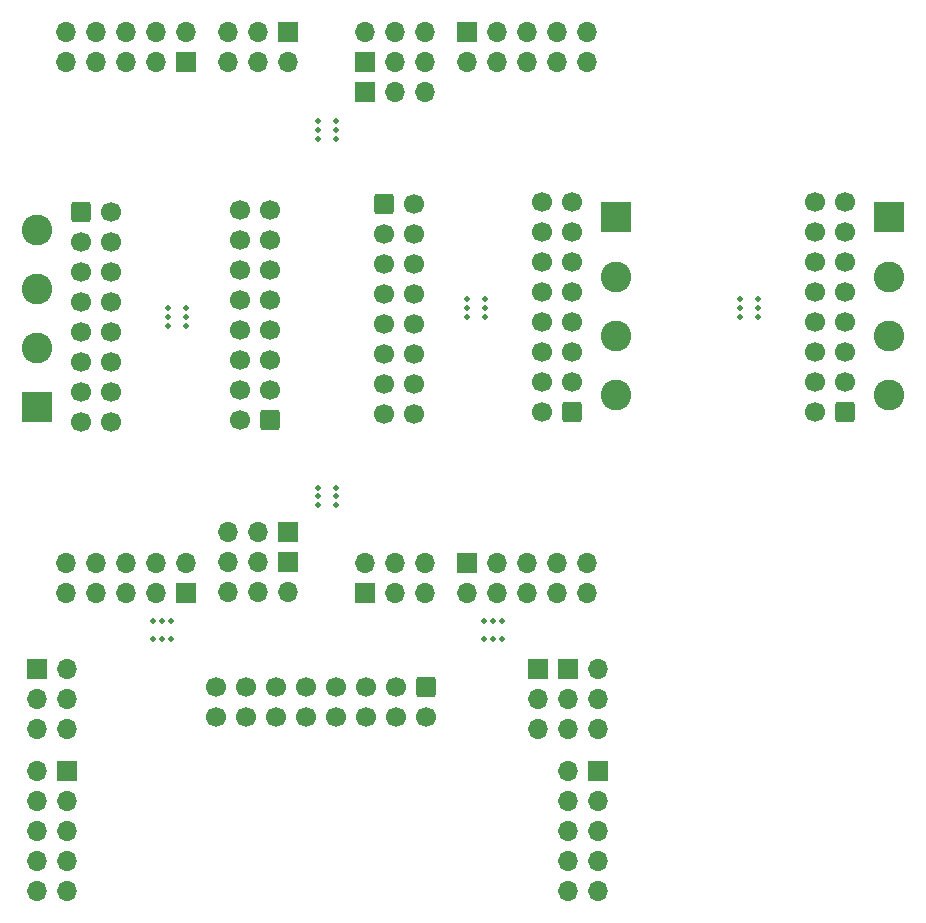
<source format=gbr>
%TF.GenerationSoftware,KiCad,Pcbnew,(6.0.0-0)*%
%TF.CreationDate,2022-12-06T00:22:27-05:00*%
%TF.ProjectId,Breakout-Eurorack-Power-Breadboard,42726561-6b6f-4757-942d-4575726f7261,rev?*%
%TF.SameCoordinates,Original*%
%TF.FileFunction,Soldermask,Bot*%
%TF.FilePolarity,Negative*%
%FSLAX46Y46*%
G04 Gerber Fmt 4.6, Leading zero omitted, Abs format (unit mm)*
G04 Created by KiCad (PCBNEW (6.0.0-0)) date 2022-12-06 00:22:27*
%MOMM*%
%LPD*%
G01*
G04 APERTURE LIST*
G04 Aperture macros list*
%AMRoundRect*
0 Rectangle with rounded corners*
0 $1 Rounding radius*
0 $2 $3 $4 $5 $6 $7 $8 $9 X,Y pos of 4 corners*
0 Add a 4 corners polygon primitive as box body*
4,1,4,$2,$3,$4,$5,$6,$7,$8,$9,$2,$3,0*
0 Add four circle primitives for the rounded corners*
1,1,$1+$1,$2,$3*
1,1,$1+$1,$4,$5*
1,1,$1+$1,$6,$7*
1,1,$1+$1,$8,$9*
0 Add four rect primitives between the rounded corners*
20,1,$1+$1,$2,$3,$4,$5,0*
20,1,$1+$1,$4,$5,$6,$7,0*
20,1,$1+$1,$6,$7,$8,$9,0*
20,1,$1+$1,$8,$9,$2,$3,0*%
G04 Aperture macros list end*
%ADD10C,0.500000*%
%ADD11R,2.600000X2.600000*%
%ADD12C,2.600000*%
%ADD13O,1.700000X1.700000*%
%ADD14R,1.700000X1.700000*%
%ADD15RoundRect,0.250000X0.600000X0.600000X-0.600000X0.600000X-0.600000X-0.600000X0.600000X-0.600000X0*%
%ADD16C,1.700000*%
%ADD17RoundRect,0.250000X-0.600000X0.600000X-0.600000X-0.600000X0.600000X-0.600000X0.600000X0.600000X0*%
%ADD18RoundRect,0.250000X-0.600000X-0.600000X0.600000X-0.600000X0.600000X0.600000X-0.600000X0.600000X0*%
G04 APERTURE END LIST*
D10*
%TO.C,mouse-bite-2mm-slot*%
X165612000Y-85362000D03*
X165612000Y-83862000D03*
X164112000Y-84612000D03*
X164112000Y-85362000D03*
X165612000Y-84612000D03*
X164112000Y-83862000D03*
%TD*%
%TO.C,mouse-bite-2mm-slot*%
X114427000Y-112651000D03*
X115927000Y-112651000D03*
X115177000Y-111151000D03*
X114427000Y-111151000D03*
X115177000Y-112651000D03*
X115927000Y-111151000D03*
%TD*%
D11*
%TO.C,J8*%
X176684000Y-76962000D03*
D12*
X176684000Y-81962000D03*
X176684000Y-86962000D03*
X176684000Y-91962000D03*
%TD*%
D13*
%TO.C,J2*%
X149553000Y-133983000D03*
X152093000Y-133983000D03*
X149553000Y-131443000D03*
X152093000Y-131443000D03*
X149553000Y-128903000D03*
X152093000Y-128903000D03*
X149553000Y-126363000D03*
X152093000Y-126363000D03*
X149553000Y-123823000D03*
D14*
X152093000Y-123823000D03*
%TD*%
D15*
%TO.C,J7*%
X172974000Y-93472000D03*
D16*
X170434000Y-93472000D03*
X172974000Y-90932000D03*
X170434000Y-90932000D03*
X172974000Y-88392000D03*
X170434000Y-88392000D03*
X172974000Y-85852000D03*
X170434000Y-85852000D03*
X172974000Y-83312000D03*
X170434000Y-83312000D03*
X172974000Y-80772000D03*
X170434000Y-80772000D03*
X172974000Y-78232000D03*
X170434000Y-78232000D03*
X172974000Y-75692000D03*
X170434000Y-75692000D03*
%TD*%
D14*
%TO.C,J6*%
X146975000Y-115189000D03*
D13*
X146975000Y-117729000D03*
X146975000Y-120269000D03*
%TD*%
D10*
%TO.C,mouse-bite-2mm-slot*%
X142427000Y-112651000D03*
X143927000Y-112651000D03*
X143177000Y-111151000D03*
X142427000Y-111151000D03*
X143177000Y-112651000D03*
X143927000Y-111151000D03*
%TD*%
D14*
%TO.C,J3*%
X107158000Y-123818000D03*
D13*
X104618000Y-123818000D03*
X107158000Y-126358000D03*
X104618000Y-126358000D03*
X107158000Y-128898000D03*
X104618000Y-128898000D03*
X107158000Y-131438000D03*
X104618000Y-131438000D03*
X107158000Y-133978000D03*
X104618000Y-133978000D03*
%TD*%
D17*
%TO.C,J1*%
X137483000Y-116720500D03*
D16*
X137483000Y-119260500D03*
X134943000Y-116720500D03*
X134943000Y-119260500D03*
X132403000Y-116720500D03*
X132403000Y-119260500D03*
X129863000Y-116720500D03*
X129863000Y-119260500D03*
X127323000Y-116720500D03*
X127323000Y-119260500D03*
X124783000Y-116720500D03*
X124783000Y-119260500D03*
X122243000Y-116720500D03*
X122243000Y-119260500D03*
X119703000Y-116720500D03*
X119703000Y-119260500D03*
%TD*%
D14*
%TO.C,J4*%
X104605000Y-115187000D03*
D13*
X107145000Y-115187000D03*
X104605000Y-117727000D03*
X107145000Y-117727000D03*
X104605000Y-120267000D03*
X107145000Y-120267000D03*
%TD*%
D14*
%TO.C,J5*%
X149515000Y-115189000D03*
D13*
X152055000Y-115189000D03*
X149515000Y-117729000D03*
X152055000Y-117729000D03*
X149515000Y-120269000D03*
X152055000Y-120269000D03*
%TD*%
D10*
%TO.C,mouse-bite-2mm-slot*%
X128362000Y-68827000D03*
X128362000Y-70327000D03*
X129862000Y-69577000D03*
X129862000Y-68827000D03*
X128362000Y-69577000D03*
X129862000Y-70327000D03*
%TD*%
%TO.C,mouse-bite-2mm-slot*%
X128362000Y-99827000D03*
X128362000Y-101327000D03*
X129862000Y-100577000D03*
X129862000Y-99827000D03*
X128362000Y-100577000D03*
X129862000Y-101327000D03*
%TD*%
%TO.C,mouse-bite-2mm-slot*%
X142530000Y-85362000D03*
X142530000Y-83862000D03*
X141030000Y-84612000D03*
X141030000Y-85362000D03*
X142530000Y-84612000D03*
X141030000Y-83862000D03*
%TD*%
D15*
%TO.C,J7*%
X149892000Y-93472000D03*
D16*
X147352000Y-93472000D03*
X149892000Y-90932000D03*
X147352000Y-90932000D03*
X149892000Y-88392000D03*
X147352000Y-88392000D03*
X149892000Y-85852000D03*
X147352000Y-85852000D03*
X149892000Y-83312000D03*
X147352000Y-83312000D03*
X149892000Y-80772000D03*
X147352000Y-80772000D03*
X149892000Y-78232000D03*
X147352000Y-78232000D03*
X149892000Y-75692000D03*
X147352000Y-75692000D03*
%TD*%
D18*
%TO.C,J1*%
X133931500Y-75849000D03*
D16*
X136471500Y-75849000D03*
X133931500Y-78389000D03*
X136471500Y-78389000D03*
X133931500Y-80929000D03*
X136471500Y-80929000D03*
X133931500Y-83469000D03*
X136471500Y-83469000D03*
X133931500Y-86009000D03*
X136471500Y-86009000D03*
X133931500Y-88549000D03*
X136471500Y-88549000D03*
X133931500Y-91089000D03*
X136471500Y-91089000D03*
X133931500Y-93629000D03*
X136471500Y-93629000D03*
%TD*%
D14*
%TO.C,J6*%
X132400000Y-66357000D03*
D13*
X134940000Y-66357000D03*
X137480000Y-66357000D03*
%TD*%
D14*
%TO.C,J4*%
X132398000Y-108727000D03*
D13*
X132398000Y-106187000D03*
X134938000Y-108727000D03*
X134938000Y-106187000D03*
X137478000Y-108727000D03*
X137478000Y-106187000D03*
%TD*%
D14*
%TO.C,J3*%
X141029000Y-106174000D03*
D13*
X141029000Y-108714000D03*
X143569000Y-106174000D03*
X143569000Y-108714000D03*
X146109000Y-106174000D03*
X146109000Y-108714000D03*
X148649000Y-106174000D03*
X148649000Y-108714000D03*
X151189000Y-106174000D03*
X151189000Y-108714000D03*
%TD*%
D11*
%TO.C,J8*%
X153602000Y-76962000D03*
D12*
X153602000Y-81962000D03*
X153602000Y-86962000D03*
X153602000Y-91962000D03*
%TD*%
D14*
%TO.C,J2*%
X141034000Y-61239000D03*
D13*
X141034000Y-63779000D03*
X143574000Y-61239000D03*
X143574000Y-63779000D03*
X146114000Y-61239000D03*
X146114000Y-63779000D03*
X148654000Y-61239000D03*
X148654000Y-63779000D03*
X151194000Y-61239000D03*
X151194000Y-63779000D03*
%TD*%
D14*
%TO.C,J5*%
X132400000Y-63817000D03*
D13*
X132400000Y-61277000D03*
X134940000Y-63817000D03*
X134940000Y-61277000D03*
X137480000Y-63817000D03*
X137480000Y-61277000D03*
%TD*%
D10*
%TO.C,mouse-bite-2mm-slot*%
X115694000Y-85374000D03*
X117194000Y-86124000D03*
X115694000Y-84624000D03*
X115694000Y-86124000D03*
X117194000Y-84624000D03*
X117194000Y-85374000D03*
%TD*%
D11*
%TO.C,J8*%
X104622000Y-93024000D03*
D12*
X104622000Y-88024000D03*
X104622000Y-83024000D03*
X104622000Y-78024000D03*
%TD*%
D16*
%TO.C,J7*%
X110872000Y-94294000D03*
X110872000Y-91754000D03*
X110872000Y-89214000D03*
X110872000Y-86674000D03*
X110872000Y-84134000D03*
X110872000Y-81594000D03*
X110872000Y-79054000D03*
X110872000Y-76514000D03*
X108332000Y-94294000D03*
X108332000Y-91754000D03*
X108332000Y-89214000D03*
X108332000Y-86674000D03*
X108332000Y-84134000D03*
X108332000Y-81594000D03*
X108332000Y-79054000D03*
D18*
X108332000Y-76514000D03*
%TD*%
D13*
%TO.C,J5*%
X120744000Y-108709000D03*
X120744000Y-106169000D03*
X123284000Y-108709000D03*
X123284000Y-106169000D03*
X125824000Y-108709000D03*
D14*
X125824000Y-106169000D03*
%TD*%
%TO.C,J6*%
X125824000Y-103629000D03*
D13*
X123284000Y-103629000D03*
X120744000Y-103629000D03*
%TD*%
D14*
%TO.C,J4*%
X125826000Y-61259000D03*
D13*
X125826000Y-63799000D03*
X123286000Y-61259000D03*
X123286000Y-63799000D03*
X120746000Y-61259000D03*
X120746000Y-63799000D03*
%TD*%
D14*
%TO.C,J3*%
X117195000Y-63812000D03*
D13*
X117195000Y-61272000D03*
X114655000Y-63812000D03*
X114655000Y-61272000D03*
X112115000Y-63812000D03*
X112115000Y-61272000D03*
X109575000Y-63812000D03*
X109575000Y-61272000D03*
X107035000Y-63812000D03*
X107035000Y-61272000D03*
%TD*%
D14*
%TO.C,J2*%
X117190000Y-108747000D03*
D13*
X117190000Y-106207000D03*
X114650000Y-108747000D03*
X114650000Y-106207000D03*
X112110000Y-108747000D03*
X112110000Y-106207000D03*
X109570000Y-108747000D03*
X109570000Y-106207000D03*
X107030000Y-108747000D03*
X107030000Y-106207000D03*
%TD*%
D16*
%TO.C,J1*%
X121752500Y-76357000D03*
X121752500Y-78897000D03*
X121752500Y-81437000D03*
X121752500Y-83977000D03*
X121752500Y-86517000D03*
X121752500Y-89057000D03*
X121752500Y-91597000D03*
X121752500Y-94137000D03*
X124292500Y-76357000D03*
X124292500Y-78897000D03*
X124292500Y-81437000D03*
X124292500Y-83977000D03*
X124292500Y-86517000D03*
X124292500Y-89057000D03*
X124292500Y-91597000D03*
D15*
X124292500Y-94137000D03*
%TD*%
M02*

</source>
